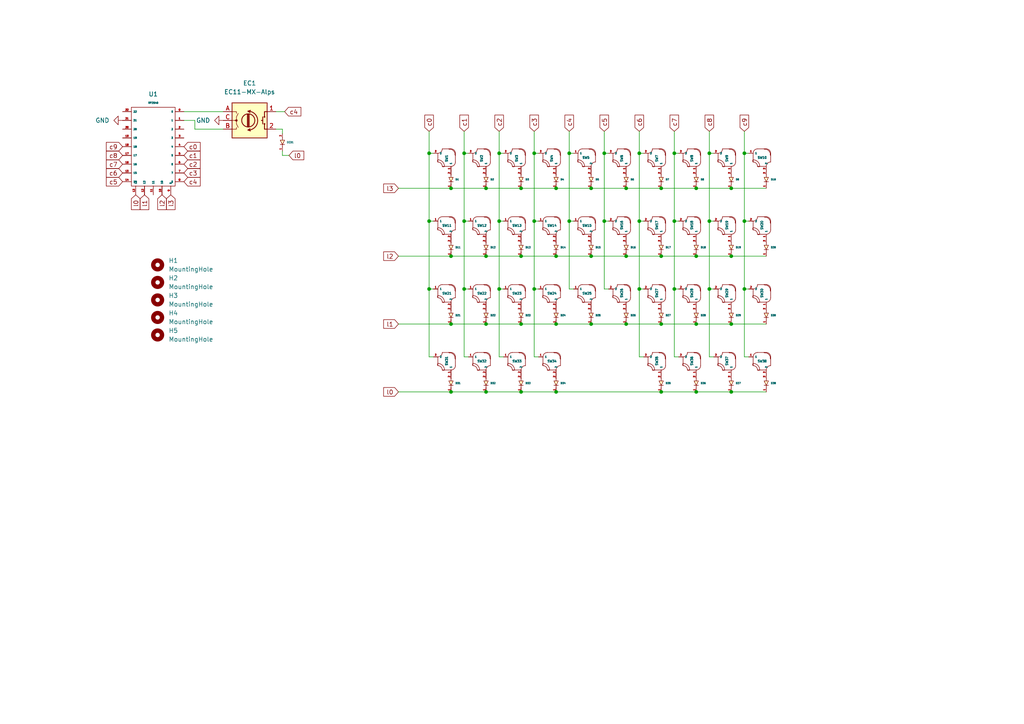
<source format=kicad_sch>
(kicad_sch (version 20211123) (generator eeschema)
  (paper "A4")
  (lib_symbols
    (symbol "Mechanical:MountingHole" (pin_names (offset 1.016))
      (property "Reference" "H" (at 0 5.08 0))
      (property "Value" "MountingHole" (at 0 3.175 0))
      (symbol "MountingHole_0_1"
        (circle (center 0 0) (radius 1.27) (stroke (width 1.27)))
      )
    )
    (symbol "keyb:Diode"
      (property "Reference" "D" (at -0.635 -1.27 0))
      (symbol "Diode_0_1"
        (polyline (pts (xy -1.27 0) (xy -0.635 0)))
        (polyline (pts (xy 0.635 0) (xy 1.27 0)))
        (polyline (pts (xy -0.635 0.635) (xy -0.635 -0.635) (xy -0.635 0)))
        (polyline (pts (xy -0.635 0) (xy 0.635 0.635) (xy 0.635 -0.635) (xy -0.635 0)) (fill (type background)))
      )
      (symbol "Diode_1_1"
        (pin bidirectional line (at -2.54 0 0) (length 1.27) (name "") (number "1"))
        (pin bidirectional line (at 2.54 0 180) (length 1.27) (name "") (number "2"))
      )
    )
    (symbol "keyb:EC11-MX-Alps" (pin_names (offset 0.254) hide)
      (property "Reference" "SW" (at 0 6.604 0))
      (property "Value" "EC11-MX-Alps" (at 0 -6.604 0))
      (symbol "EC11-MX-Alps_0_1"
        (rectangle (start -5.08 5.08) (end 5.08 -5.08) (stroke (width 0.254)) (fill (type background)))
        (circle (center -3.81 0) (radius 0.254) (fill (type outline)))
        (arc (start -0.381 -2.794) (mid 2.3622 -0.0508) (end -0.381 2.667) (stroke (width 0.254)))
        (circle (center -0.381 0) (radius 1.905) (stroke (width 0.254)))
        (polyline (pts (xy -0.635 -1.778) (xy -0.635 1.778)) (stroke (width 0.254)))
        (polyline (pts (xy -0.381 -1.778) (xy -0.381 1.778)) (stroke (width 0.254)))
        (polyline (pts (xy -0.127 1.778) (xy -0.127 -1.778)) (stroke (width 0.254)))
        (polyline (pts (xy 3.81 0) (xy 3.429 0)) (stroke (width 0.254)))
        (polyline (pts (xy 3.81 1.016) (xy 3.81 -1.016)) (stroke (width 0.254)))
        (polyline (pts (xy -5.08 -2.54) (xy -3.81 -2.54) (xy -3.81 -2.032)))
        (polyline (pts (xy -5.08 2.54) (xy -3.81 2.54) (xy -3.81 2.032)))
        (polyline (pts (xy 0.254 -3.048) (xy -0.508 -2.794) (xy 0.127 -2.413)) (stroke (width 0.254)))
        (polyline (pts (xy 0.254 2.921) (xy -0.508 2.667) (xy 0.127 2.286)) (stroke (width 0.254)))
        (polyline (pts (xy 5.08 -2.54) (xy 4.318 -2.54) (xy 4.318 -1.016)) (stroke (width 0.254)))
        (polyline (pts (xy 5.08 2.54) (xy 4.318 2.54) (xy 4.318 1.016)) (stroke (width 0.254)))
        (polyline (pts (xy -5.08 0) (xy -3.81 0) (xy -3.81 -1.016) (xy -3.302 -2.032)))
        (polyline (pts (xy -4.318 0) (xy -3.81 0) (xy -3.81 1.016) (xy -3.302 2.032)))
        (circle (center 4.318 -1.016) (radius 0.127) (stroke (width 0.254)))
        (circle (center 4.318 1.016) (radius 0.127) (stroke (width 0.254)))
      )
      (symbol "EC11-MX-Alps_1_1"
        (pin passive line (at 7.62 2.54 180) (length 2.54) (name "1") (number "1"))
        (pin passive line (at 7.62 -2.54 180) (length 2.54) (name "2") (number "2"))
        (pin passive line (at -7.62 2.54 0) (length 2.54) (name "A") (number "A"))
        (pin passive line (at -7.62 -2.54 0) (length 2.54) (name "B") (number "B"))
        (pin passive line (at -7.62 0 0) (length 2.54) (name "C") (number "C"))
      )
    )
    (symbol "keyb:RP2040"
      (property "Reference" "U" (at 0 1.27 0))
      (property "Value" "RP2040" (at 0 -2.54 0))
      (symbol "RP2040_0_1"
        (rectangle (start -6.35 11.43) (end 6.35 -11.43))
      )
      (symbol "RP2040_1_1"
        (pin bidirectional line (at 8.89 10.16 180) (length 2.54) (name "0") (number "0"))
        (pin bidirectional line (at 8.89 7.62 180) (length 2.54) (name "1") (number "1"))
        (pin bidirectional line (at 2.54 -13.97 90) (length 2.54) (name "10") (number "10"))
        (pin bidirectional line (at 0 -13.97 90) (length 2.54) (name "11") (number "11"))
        (pin bidirectional line (at -2.54 -13.97 90) (length 2.54) (name "12") (number "12"))
        (pin bidirectional line (at -5.08 -13.97 90) (length 2.54) (name "13") (number "13"))
        (pin bidirectional line (at -8.89 -10.16 0) (length 2.54) (name "14") (number "14"))
        (pin bidirectional line (at -8.89 -7.62 0) (length 2.54) (name "15") (number "15"))
        (pin bidirectional line (at -8.89 -5.08 0) (length 2.54) (name "16") (number "16"))
        (pin bidirectional line (at -8.89 -2.54 0) (length 2.54) (name "17") (number "17"))
        (pin bidirectional line (at -8.89 0 0) (length 2.54) (name "18") (number "18"))
        (pin bidirectional line (at -8.89 2.54 0) (length 2.54) (name "19") (number "19"))
        (pin bidirectional line (at 8.89 5.08 180) (length 2.54) (name "2") (number "2"))
        (pin bidirectional line (at -8.89 5.08 0) (length 2.54) (name "20") (number "20"))
        (pin bidirectional line (at -8.89 7.62 0) (length 2.54) (name "21") (number "21"))
        (pin bidirectional line (at -8.89 10.16 0) (length 2.54) (name "22") (number "22"))
        (pin bidirectional line (at 8.89 2.54 180) (length 2.54) (name "3") (number "3"))
        (pin bidirectional line (at 8.89 0 180) (length 2.54) (name "4") (number "4"))
        (pin bidirectional line (at 8.89 -2.54 180) (length 2.54) (name "5") (number "5"))
        (pin bidirectional line (at 8.89 -5.08 180) (length 2.54) (name "6") (number "6"))
        (pin bidirectional line (at 8.89 -7.62 180) (length 2.54) (name "7") (number "7"))
        (pin bidirectional line (at 8.89 -10.16 180) (length 2.54) (name "8") (number "8"))
        (pin bidirectional line (at 5.08 -13.97 90) (length 2.54) (name "9") (number "9"))
      )
    )
    (symbol "keyb:key"
      (property "Reference" "SW" (at 0 0 0))
      (symbol "key_0_1"
        (arc (start -2.54 -0.635) (mid -2.6715 -0.9525) (end -2.54 -1.27))
        (arc (start -1.27 -2.54) (mid -1.642 -1.642) (end -2.54 -1.27))
        (arc (start -1.27 -2.54) (mid -0.9525 -2.6715) (end -0.635 -2.54))
        (arc (start -1.27 2.54) (mid -2.168 2.168) (end -2.54 1.27))
        (arc (start -0.635 -2.54) (mid -1.1935 -1.1935) (end -2.54 -0.635))
        (polyline (pts (xy -2.54 -1.27) (xy -2.54 1.27)))
        (polyline (pts (xy -1.27 -2.54) (xy 1.27 -2.54)))
        (polyline (pts (xy 1.27 2.54) (xy -1.27 2.54)))
        (polyline (pts (xy 2.54 -1.27) (xy 2.54 1.27)))
        (arc (start 0.635 2.54) (mid 0.9525 1.7735) (end 1.27 2.54))
        (arc (start 2.54 -1.27) (mid 0.372 -0.372) (end 1.27 -2.54))
        (arc (start 2.54 0.635) (mid 3.887 3.887) (end 0.635 2.54))
        (arc (start 2.54 1.27) (mid 3.438 3.438) (end 1.27 2.54))
        (arc (start 2.54 1.27) (mid 1.7735 0.9525) (end 2.54 0.635))
      )
      (symbol "key_1_1"
        (pin bidirectional line (at -3.81 1.27 0) (length 1.27) (name "1") (number "1"))
        (pin bidirectional line (at 1.27 -3.81 90) (length 1.27) (name "2") (number "2"))
      )
    )
    (symbol "power:GND" (power) (pin_names (offset 0))
      (property "Value" "GND" (at 0 -3.81 0))
      (symbol "GND_0_1"
        (polyline (pts (xy 0 0) (xy 0 -1.27) (xy 1.27 -1.27) (xy 0 -2.54) (xy -1.27 -1.27) (xy 0 -1.27)))
      )
      (symbol "GND_1_1"
        (pin power_in line (at 0 0 270) (length 0) hide (name "GND") (number "1"))
      )
    )
  )
  (junction (at 215.9 44.45))
  (junction (at 134.62 83.82))
  (junction (at 144.78 44.45))
  (junction (at 181.61 93.98))
  (junction (at 130.81 113.665))
  (junction (at 140.97 54.61))
  (junction (at 191.77 113.665))
  (junction (at 161.29 113.665))
  (junction (at 175.26 44.45))
  (junction (at 171.45 93.98))
  (junction (at 215.9 64.135))
  (junction (at 201.93 74.295))
  (junction (at 151.13 93.98))
  (junction (at 124.46 83.82))
  (junction (at 154.94 64.135))
  (junction (at 205.74 64.135))
  (junction (at 165.1 44.45))
  (junction (at 191.77 54.61))
  (junction (at 181.61 54.61))
  (junction (at 130.81 93.98))
  (junction (at 212.09 113.665))
  (junction (at 201.93 93.98))
  (junction (at 140.97 74.295))
  (junction (at 140.97 93.98))
  (junction (at 171.45 74.295))
  (junction (at 191.77 93.98))
  (junction (at 140.97 113.665))
  (junction (at 161.29 74.295))
  (junction (at 191.77 74.295))
  (junction (at 134.62 44.45))
  (junction (at 212.09 74.295))
  (junction (at 205.74 83.82))
  (junction (at 144.78 64.135))
  (junction (at 154.94 44.45))
  (junction (at 195.58 44.45))
  (junction (at 151.13 54.61))
  (junction (at 144.78 83.82))
  (junction (at 171.45 54.61))
  (junction (at 195.58 64.135))
  (junction (at 185.42 44.45))
  (junction (at 195.58 83.82))
  (junction (at 151.13 74.295))
  (junction (at 161.29 93.98))
  (junction (at 201.93 54.61))
  (junction (at 181.61 74.295))
  (junction (at 161.29 54.61))
  (junction (at 130.81 54.61))
  (junction (at 134.62 64.135))
  (junction (at 201.93 113.665))
  (junction (at 165.1 64.135))
  (junction (at 124.46 64.135))
  (junction (at 215.9 83.82))
  (junction (at 185.42 83.82))
  (junction (at 151.13 113.665))
  (junction (at 175.26 64.135))
  (junction (at 212.09 54.61))
  (junction (at 185.42 64.135))
  (junction (at 205.74 44.45))
  (junction (at 212.09 93.98))
  (junction (at 154.94 83.82))
  (junction (at 130.81 74.295))
  (junction (at 124.46 44.45))
  (wire (pts (xy 175.26 38.1) (xy 175.26 44.45)))
  (wire (pts (xy 171.45 93.98) (xy 181.61 93.98)))
  (wire (pts (xy 140.97 54.61) (xy 151.13 54.61)))
  (wire (pts (xy 215.9 44.45) (xy 217.17 44.45)))
  (wire (pts (xy 144.78 44.45) (xy 144.78 64.135)))
  (wire (pts (xy 175.26 44.45) (xy 175.26 64.135)))
  (wire (pts (xy 151.13 93.98) (xy 161.29 93.98)))
  (wire (pts (xy 181.61 93.98) (xy 191.77 93.98)))
  (wire (pts (xy 215.9 64.135) (xy 215.9 83.82)))
  (wire (pts (xy 151.13 54.61) (xy 161.29 54.61)))
  (wire (pts (xy 161.29 54.61) (xy 171.45 54.61)))
  (wire (pts (xy 195.58 103.505) (xy 196.85 103.505)))
  (wire (pts (xy 134.62 44.45) (xy 134.62 64.135)))
  (wire (pts (xy 154.94 64.135) (xy 154.94 83.82)))
  (wire (pts (xy 130.81 74.295) (xy 115.57 74.295)))
  (wire (pts (xy 181.61 54.61) (xy 191.77 54.61)))
  (wire (pts (xy 205.74 64.135) (xy 207.01 64.135)))
  (wire (pts (xy 175.26 44.45) (xy 176.53 44.45)))
  (wire (pts (xy 212.09 93.98) (xy 222.25 93.98)))
  (wire (pts (xy 201.93 93.98) (xy 212.09 93.98)))
  (wire (pts (xy 161.29 93.98) (xy 171.45 93.98)))
  (wire (pts (xy 215.9 44.45) (xy 215.9 64.135)))
  (wire (pts (xy 80.01 37.465) (xy 81.915 37.465)))
  (wire (pts (xy 154.94 103.505) (xy 156.21 103.505)))
  (wire (pts (xy 165.1 38.1) (xy 165.1 44.45)))
  (wire (pts (xy 161.29 74.295) (xy 151.13 74.295)))
  (wire (pts (xy 154.94 44.45) (xy 154.94 64.135)))
  (wire (pts (xy 151.13 113.665) (xy 161.29 113.665)))
  (wire (pts (xy 80.01 32.385) (xy 82.55 32.385)))
  (wire (pts (xy 185.42 64.135) (xy 186.69 64.135)))
  (wire (pts (xy 212.09 54.61) (xy 222.25 54.61)))
  (wire (pts (xy 201.93 54.61) (xy 212.09 54.61)))
  (wire (pts (xy 165.1 83.82) (xy 166.37 83.82)))
  (wire (pts (xy 144.78 83.82) (xy 146.05 83.82)))
  (wire (pts (xy 201.93 113.665) (xy 212.09 113.665)))
  (wire (pts (xy 175.26 64.135) (xy 176.53 64.135)))
  (wire (pts (xy 195.58 38.1) (xy 195.58 44.45)))
  (wire (pts (xy 130.81 54.61) (xy 140.97 54.61)))
  (wire (pts (xy 205.74 83.82) (xy 207.01 83.82)))
  (wire (pts (xy 195.58 64.135) (xy 196.85 64.135)))
  (wire (pts (xy 124.46 64.135) (xy 124.46 83.82)))
  (wire (pts (xy 175.26 64.135) (xy 175.26 83.82)))
  (wire (pts (xy 215.9 103.505) (xy 217.17 103.505)))
  (wire (pts (xy 215.9 64.135) (xy 217.17 64.135)))
  (wire (pts (xy 134.62 103.505) (xy 135.89 103.505)))
  (wire (pts (xy 140.97 93.98) (xy 151.13 93.98)))
  (wire (pts (xy 53.34 34.925) (xy 56.515 34.925)))
  (wire (pts (xy 195.58 44.45) (xy 195.58 64.135)))
  (wire (pts (xy 215.9 83.82) (xy 215.9 103.505)))
  (wire (pts (xy 175.26 83.82) (xy 176.53 83.82)))
  (wire (pts (xy 171.45 54.61) (xy 181.61 54.61)))
  (wire (pts (xy 124.46 64.135) (xy 125.73 64.135)))
  (wire (pts (xy 130.81 113.665) (xy 140.97 113.665)))
  (wire (pts (xy 124.46 38.1) (xy 124.46 44.45)))
  (wire (pts (xy 185.42 44.45) (xy 186.69 44.45)))
  (wire (pts (xy 215.9 83.82) (xy 217.17 83.82)))
  (wire (pts (xy 212.09 113.665) (xy 222.25 113.665)))
  (wire (pts (xy 124.46 83.82) (xy 125.73 83.82)))
  (wire (pts (xy 140.97 74.295) (xy 130.81 74.295)))
  (wire (pts (xy 134.62 64.135) (xy 135.89 64.135)))
  (wire (pts (xy 205.74 44.45) (xy 207.01 44.45)))
  (wire (pts (xy 144.78 103.505) (xy 146.05 103.505)))
  (wire (pts (xy 144.78 38.1) (xy 144.78 44.45)))
  (wire (pts (xy 171.45 74.295) (xy 161.29 74.295)))
  (wire (pts (xy 185.42 38.1) (xy 185.42 44.45)))
  (wire (pts (xy 205.74 44.45) (xy 205.74 64.135)))
  (wire (pts (xy 165.1 64.135) (xy 166.37 64.135)))
  (wire (pts (xy 205.74 38.1) (xy 205.74 44.45)))
  (wire (pts (xy 201.93 74.295) (xy 191.77 74.295)))
  (wire (pts (xy 115.57 113.665) (xy 130.81 113.665)))
  (wire (pts (xy 215.9 38.1) (xy 215.9 44.45)))
  (wire (pts (xy 134.62 83.82) (xy 135.89 83.82)))
  (wire (pts (xy 154.94 83.82) (xy 156.21 83.82)))
  (wire (pts (xy 185.42 44.45) (xy 185.42 64.135)))
  (wire (pts (xy 134.62 44.45) (xy 135.89 44.45)))
  (wire (pts (xy 124.46 44.45) (xy 124.46 64.135)))
  (wire (pts (xy 130.81 93.98) (xy 115.57 93.98)))
  (wire (pts (xy 205.74 103.505) (xy 207.01 103.505)))
  (wire (pts (xy 185.42 83.82) (xy 186.69 83.82)))
  (wire (pts (xy 124.46 103.505) (xy 125.73 103.505)))
  (wire (pts (xy 115.57 54.61) (xy 130.81 54.61)))
  (wire (pts (xy 191.77 74.295) (xy 181.61 74.295)))
  (wire (pts (xy 81.915 45.085) (xy 83.82 45.085)))
  (wire (pts (xy 56.515 34.925) (xy 56.515 37.465)))
  (wire (pts (xy 134.62 64.135) (xy 134.62 83.82)))
  (wire (pts (xy 195.58 83.82) (xy 195.58 103.505)))
  (wire (pts (xy 191.77 113.665) (xy 201.93 113.665)))
  (wire (pts (xy 144.78 44.45) (xy 146.05 44.45)))
  (wire (pts (xy 154.94 83.82) (xy 154.94 103.505)))
  (wire (pts (xy 134.62 38.1) (xy 134.62 44.45)))
  (wire (pts (xy 140.97 113.665) (xy 151.13 113.665)))
  (wire (pts (xy 205.74 64.135) (xy 205.74 83.82)))
  (wire (pts (xy 195.58 64.135) (xy 195.58 83.82)))
  (wire (pts (xy 144.78 64.135) (xy 146.05 64.135)))
  (wire (pts (xy 195.58 83.82) (xy 196.85 83.82)))
  (wire (pts (xy 151.13 74.295) (xy 140.97 74.295)))
  (wire (pts (xy 195.58 44.45) (xy 196.85 44.45)))
  (wire (pts (xy 124.46 44.45) (xy 125.73 44.45)))
  (wire (pts (xy 185.42 64.135) (xy 185.42 83.82)))
  (wire (pts (xy 185.42 103.505) (xy 186.69 103.505)))
  (wire (pts (xy 165.1 44.45) (xy 166.37 44.45)))
  (wire (pts (xy 212.09 74.295) (xy 201.93 74.295)))
  (wire (pts (xy 161.29 113.665) (xy 191.77 113.665)))
  (wire (pts (xy 56.515 37.465) (xy 64.77 37.465)))
  (wire (pts (xy 185.42 83.82) (xy 185.42 103.505)))
  (wire (pts (xy 124.46 83.82) (xy 124.46 103.505)))
  (wire (pts (xy 181.61 74.295) (xy 171.45 74.295)))
  (wire (pts (xy 140.97 93.98) (xy 130.81 93.98)))
  (wire (pts (xy 134.62 83.82) (xy 134.62 103.505)))
  (wire (pts (xy 191.77 93.98) (xy 201.93 93.98)))
  (wire (pts (xy 154.94 64.135) (xy 156.21 64.135)))
  (wire (pts (xy 205.74 83.82) (xy 205.74 103.505)))
  (wire (pts (xy 165.1 44.45) (xy 165.1 64.135)))
  (wire (pts (xy 165.1 64.135) (xy 165.1 83.82)))
  (wire (pts (xy 154.94 38.1) (xy 154.94 44.45)))
  (wire (pts (xy 191.77 54.61) (xy 201.93 54.61)))
  (wire (pts (xy 144.78 64.135) (xy 144.78 83.82)))
  (wire (pts (xy 222.25 74.295) (xy 212.09 74.295)))
  (wire (pts (xy 144.78 83.82) (xy 144.78 103.505)))
  (wire (pts (xy 81.915 43.815) (xy 81.915 45.085)))
  (wire (pts (xy 53.34 32.385) (xy 64.77 32.385)))
  (wire (pts (xy 81.915 37.465) (xy 81.915 38.735)))
  (wire (pts (xy 154.94 44.45) (xy 156.21 44.45)))
  (global_label "c4" (shape input) (at 82.55 32.385 0) (property "Références Inter-Feuilles" "${INTERSHEET_REFS}" (effects hide)))
  (global_label "c4" (shape input) (at 165.1 38.1 90) (property "Références Inter-Feuilles" "${INTERSHEET_REFS}" (effects hide)))
  (global_label "c6" (shape input) (at 35.56 50.165 180) (property "Références Inter-Feuilles" "${INTERSHEET_REFS}" (effects hide)))
  (global_label "c1" (shape input) (at 134.62 38.1 90) (property "Références Inter-Feuilles" "${INTERSHEET_REFS}" (effects hide)))
  (global_label "c7" (shape input) (at 35.56 47.625 180) (property "Références Inter-Feuilles" "${INTERSHEET_REFS}" (effects hide)))
  (global_label "l3" (shape input) (at 115.57 54.61 180) (property "Références Inter-Feuilles" "${INTERSHEET_REFS}" (effects hide)))
  (global_label "c8" (shape input) (at 35.56 45.085 180) (property "Références Inter-Feuilles" "${INTERSHEET_REFS}" (effects hide)))
  (global_label "c7" (shape input) (at 195.58 38.1 90) (property "Références Inter-Feuilles" "${INTERSHEET_REFS}" (effects hide)))
  (global_label "l0" (shape input) (at 115.57 113.665 180) (property "Références Inter-Feuilles" "${INTERSHEET_REFS}" (effects hide)))
  (global_label "c2" (shape input) (at 53.34 47.625 0) (property "Références Inter-Feuilles" "${INTERSHEET_REFS}" (effects hide)))
  (global_label "c9" (shape input) (at 35.56 42.545 180) (property "Références Inter-Feuilles" "${INTERSHEET_REFS}" (effects hide)))
  (global_label "c0" (shape input) (at 53.34 42.545 0) (property "Références Inter-Feuilles" "${INTERSHEET_REFS}" (effects hide)))
  (global_label "c5" (shape input) (at 175.26 38.1 90) (property "Références Inter-Feuilles" "${INTERSHEET_REFS}" (effects hide)))
  (global_label "l0" (shape input) (at 39.37 56.515 270) (property "Références Inter-Feuilles" "${INTERSHEET_REFS}" (effects hide)))
  (global_label "l1" (shape input) (at 115.57 93.98 180) (property "Références Inter-Feuilles" "${INTERSHEET_REFS}" (effects hide)))
  (global_label "c4" (shape input) (at 53.34 52.705 0) (property "Références Inter-Feuilles" "${INTERSHEET_REFS}" (effects hide)))
  (global_label "c0" (shape input) (at 124.46 38.1 90) (property "Références Inter-Feuilles" "${INTERSHEET_REFS}" (effects hide)))
  (global_label "c6" (shape input) (at 185.42 38.1 90) (property "Références Inter-Feuilles" "${INTERSHEET_REFS}" (effects hide)))
  (global_label "l1" (shape input) (at 41.91 56.515 270) (property "Références Inter-Feuilles" "${INTERSHEET_REFS}" (effects hide)))
  (global_label "l3" (shape input) (at 49.53 56.515 270) (property "Références Inter-Feuilles" "${INTERSHEET_REFS}" (effects hide)))
  (global_label "l2" (shape input) (at 115.57 74.295 180) (property "Références Inter-Feuilles" "${INTERSHEET_REFS}" (effects hide)))
  (global_label "l0" (shape input) (at 83.82 45.085 0) (property "Références Inter-Feuilles" "${INTERSHEET_REFS}" (effects hide)))
  (global_label "c9" (shape input) (at 215.9 38.1 90) (property "Références Inter-Feuilles" "${INTERSHEET_REFS}" (effects hide)))
  (global_label "c8" (shape input) (at 205.74 38.1 90) (property "Références Inter-Feuilles" "${INTERSHEET_REFS}" (effects hide)))
  (global_label "c5" (shape input) (at 35.56 52.705 180) (property "Références Inter-Feuilles" "${INTERSHEET_REFS}" (effects hide)))
  (global_label "c3" (shape input) (at 154.94 38.1 90) (property "Références Inter-Feuilles" "${INTERSHEET_REFS}" (effects hide)))
  (global_label "c3" (shape input) (at 53.34 50.165 0) (property "Références Inter-Feuilles" "${INTERSHEET_REFS}" (effects hide)))
  (global_label "c2" (shape input) (at 144.78 38.1 90) (property "Références Inter-Feuilles" "${INTERSHEET_REFS}" (effects hide)))
  (global_label "c1" (shape input) (at 53.34 45.085 0) (property "Références Inter-Feuilles" "${INTERSHEET_REFS}" (effects hide)))
  (global_label "l2" (shape input) (at 46.99 56.515 270) (property "Références Inter-Feuilles" "${INTERSHEET_REFS}" (effects hide)))
  (symbol (lib_id "Mechanical:MountingHole") (at 45.72 76.835 0) (unit 1)
    (property "Reference" "H1" (at 48.895 75.5649 0) (effects (justify left)))
    (property "Value" "MountingHole" (at 48.895 78.1049 0) (effects (justify left)))
    (property "Footprint" "MountingHole:MountingHole_2.2mm_M2" (effects hide))
  )
  (symbol (lib_id "keyb:key") (at 170.18 85.09 0) (unit 1)
    (property "Reference" "SW25" (at 168.91 85.09 0) (effects (font (size 0.65 0.65)) (justify left)))
    (property "Value" "key" (effects hide))
    (property "Footprint" "keyb-libs:MX-5pin" (effects hide))
  )
  (symbol (lib_id "keyb:key") (at 139.7 45.72 270) (mirror x) (unit 1)
    (property "Reference" "SW2" (at 139.7 46.99 0) (effects (font (size 0.65 0.65)) (justify left)))
    (property "Value" "key" (effects hide))
    (property "Footprint" "keyb-libs:MX-5pin" (effects hide))
  )
  (symbol (lib_id "keyb:Diode") (at 140.97 91.44 90) (unit 1)
    (property "Reference" "D22" (at 142.24 91.44 90) (effects (font (size 0.5 0.5)) (justify right)))
    (property "Value" "Diode" (effects hide))
    (property "Footprint" "keyb-libs:Diode" (effects hide))
  )
  (symbol (lib_id "keyb:key") (at 190.5 104.775 270) (mirror x) (unit 1)
    (property "Reference" "SW35" (at 190.5 106.045 0) (effects (font (size 0.65 0.65)) (justify left)))
    (property "Value" "key" (effects hide))
    (property "Footprint" "keyb-libs:MX-5pin_stab" (effects hide))
  )
  (symbol (lib_id "keyb:Diode") (at 140.97 52.07 90) (unit 1)
    (property "Reference" "D2" (at 142.24 52.07 90) (effects (font (size 0.5 0.5)) (justify right)))
    (property "Value" "Diode" (effects hide))
    (property "Footprint" "keyb-libs:Diode" (effects hide))
  )
  (symbol (lib_id "keyb:Diode") (at 171.45 71.755 90) (unit 1)
    (property "Reference" "D15" (at 172.72 71.755 90) (effects (font (size 0.5 0.5)) (justify right)))
    (property "Value" "Diode" (effects hide))
    (property "Footprint" "keyb-libs:Diode" (effects hide))
  )
  (symbol (lib_id "keyb:Diode") (at 201.93 111.125 90) (unit 1)
    (property "Reference" "D36" (at 203.2 111.125 90) (effects (font (size 0.5 0.5)) (justify right)))
    (property "Value" "Diode" (effects hide))
    (property "Footprint" "keyb-libs:Diode" (effects hide))
  )
  (symbol (lib_id "keyb:Diode") (at 130.81 71.755 90) (unit 1)
    (property "Reference" "D11" (at 132.08 71.755 90) (effects (font (size 0.5 0.5)) (justify right)))
    (property "Value" "Diode" (effects hide))
    (property "Footprint" "keyb-libs:Diode" (effects hide))
  )
  (symbol (lib_id "keyb:Diode") (at 212.09 52.07 90) (unit 1)
    (property "Reference" "D9" (at 213.36 52.07 90) (effects (font (size 0.5 0.5)) (justify right)))
    (property "Value" "Diode" (effects hide))
    (property "Footprint" "keyb-libs:Diode" (effects hide))
  )
  (symbol (lib_id "keyb:EC11-MX-Alps") (at 72.39 34.925 0) (unit 1)
    (property "Reference" "EC1" (at 72.39 24.13 0))
    (property "Value" "EC11-MX-Alps" (at 72.39 26.67 0))
    (property "Footprint" "keyb-libs:RotaryEncoder_EC11" (effects hide))
  )
  (symbol (lib_id "keyb:Diode") (at 222.25 71.755 90) (unit 1)
    (property "Reference" "D20" (at 223.52 71.755 90) (effects (font (size 0.5 0.5)) (justify right)))
    (property "Value" "Diode" (effects hide))
    (property "Footprint" "keyb-libs:Diode" (effects hide))
  )
  (symbol (lib_id "keyb:key") (at 160.02 45.72 270) (mirror x) (unit 1)
    (property "Reference" "SW4" (at 160.02 46.99 0) (effects (font (size 0.65 0.65)) (justify left)))
    (property "Value" "key" (effects hide))
    (property "Footprint" "keyb-libs:MX-5pin" (effects hide))
  )
  (symbol (lib_id "keyb:key") (at 170.18 45.72 0) (unit 1)
    (property "Reference" "SW5" (at 168.91 45.72 0) (effects (font (size 0.65 0.65)) (justify left)))
    (property "Value" "key" (effects hide))
    (property "Footprint" "keyb-libs:MX-5pin" (effects hide))
  )
  (symbol (lib_id "keyb:Diode") (at 222.25 91.44 90) (unit 1)
    (property "Reference" "D30" (at 223.52 91.44 90) (effects (font (size 0.5 0.5)) (justify right)))
    (property "Value" "Diode" (effects hide))
    (property "Footprint" "keyb-libs:Diode" (effects hide))
  )
  (symbol (lib_id "keyb:Diode") (at 140.97 71.755 90) (unit 1)
    (property "Reference" "D12" (at 142.24 71.755 90) (effects (font (size 0.5 0.5)) (justify right)))
    (property "Value" "Diode" (effects hide))
    (property "Footprint" "keyb-libs:Diode" (effects hide))
  )
  (symbol (lib_id "keyb:Diode") (at 161.29 91.44 90) (unit 1)
    (property "Reference" "D24" (at 162.56 91.44 90) (effects (font (size 0.5 0.5)) (justify right)))
    (property "Value" "Diode" (effects hide))
    (property "Footprint" "keyb-libs:Diode" (effects hide))
  )
  (symbol (lib_id "Mechanical:MountingHole") (at 45.72 81.915 0) (unit 1)
    (property "Reference" "H2" (at 48.895 80.6449 0) (effects (justify left)))
    (property "Value" "MountingHole" (at 48.895 83.1849 0) (effects (justify left)))
    (property "Footprint" "MountingHole:MountingHole_2.2mm_M2" (effects hide))
  )
  (symbol (lib_id "keyb:key") (at 220.98 65.405 270) (mirror x) (unit 1)
    (property "Reference" "SW20" (at 220.98 66.675 0) (effects (font (size 0.65 0.65)) (justify left)))
    (property "Value" "key" (effects hide))
    (property "Footprint" "keyb-libs:MX-5pin" (effects hide))
  )
  (symbol (lib_id "keyb:key") (at 200.66 85.09 270) (mirror x) (unit 1)
    (property "Reference" "SW28" (at 200.66 86.36 0) (effects (font (size 0.65 0.65)) (justify left)))
    (property "Value" "key" (effects hide))
    (property "Footprint" "keyb-libs:MX-5pin" (effects hide))
  )
  (symbol (lib_id "keyb:key") (at 180.34 65.405 270) (mirror x) (unit 1)
    (property "Reference" "SW16" (at 180.34 66.675 0) (effects (font (size 0.65 0.65)) (justify left)))
    (property "Value" "key" (effects hide))
    (property "Footprint" "keyb-libs:MX-5pin" (effects hide))
  )
  (symbol (lib_id "keyb:Diode") (at 222.25 111.125 90) (unit 1)
    (property "Reference" "D38" (at 223.52 111.125 90) (effects (font (size 0.5 0.5)) (justify right)))
    (property "Value" "Diode" (effects hide))
    (property "Footprint" "keyb-libs:Diode" (effects hide))
  )
  (symbol (lib_id "keyb:key") (at 180.34 85.09 270) (mirror x) (unit 1)
    (property "Reference" "SW26" (at 180.34 86.36 0) (effects (font (size 0.65 0.65)) (justify left)))
    (property "Value" "key" (effects hide))
    (property "Footprint" "keyb-libs:MX-5pin" (effects hide))
  )
  (symbol (lib_id "keyb:key") (at 149.86 85.09 0) (unit 1)
    (property "Reference" "SW23" (at 148.59 85.09 0) (effects (font (size 0.65 0.65)) (justify left)))
    (property "Value" "key" (effects hide))
    (property "Footprint" "keyb-libs:MX-5pin" (effects hide))
  )
  (symbol (lib_id "keyb:Diode") (at 130.81 91.44 90) (unit 1)
    (property "Reference" "D21" (at 132.08 91.44 90) (effects (font (size 0.5 0.5)) (justify right)))
    (property "Value" "Diode" (effects hide))
    (property "Footprint" "keyb-libs:Diode" (effects hide))
  )
  (symbol (lib_id "keyb:key") (at 149.86 104.775 0) (unit 1)
    (property "Reference" "SW33" (at 148.59 104.775 0) (effects (font (size 0.65 0.65)) (justify left)))
    (property "Value" "key" (effects hide))
    (property "Footprint" "keyb-libs:MX-5pin" (effects hide))
  )
  (symbol (lib_id "keyb:key") (at 139.7 65.405 0) (unit 1)
    (property "Reference" "SW12" (at 138.43 65.405 0) (effects (font (size 0.65 0.65)) (justify left)))
    (property "Value" "key" (effects hide))
    (property "Footprint" "keyb-libs:MX-5pin" (effects hide))
  )
  (symbol (lib_id "keyb:Diode") (at 140.97 111.125 90) (unit 1)
    (property "Reference" "D32" (at 142.24 111.125 90) (effects (font (size 0.5 0.5)) (justify right)))
    (property "Value" "Diode" (effects hide))
    (property "Footprint" "keyb-libs:Diode" (effects hide))
  )
  (symbol (lib_id "keyb:key") (at 200.66 65.405 270) (mirror x) (unit 1)
    (property "Reference" "SW18" (at 200.66 66.675 0) (effects (font (size 0.65 0.65)) (justify left)))
    (property "Value" "key" (effects hide))
    (property "Footprint" "keyb-libs:MX-5pin" (effects hide))
  )
  (symbol (lib_id "keyb:Diode") (at 201.93 52.07 90) (unit 1)
    (property "Reference" "D8" (at 203.2 52.07 90) (effects (font (size 0.5 0.5)) (justify right)))
    (property "Value" "Diode" (effects hide))
    (property "Footprint" "keyb-libs:Diode" (effects hide))
  )
  (symbol (lib_id "keyb:Diode") (at 191.77 52.07 90) (unit 1)
    (property "Reference" "D7" (at 193.04 52.07 90) (effects (font (size 0.5 0.5)) (justify right)))
    (property "Value" "Diode" (effects hide))
    (property "Footprint" "keyb-libs:Diode" (effects hide))
  )
  (symbol (lib_id "keyb:Diode") (at 191.77 71.755 90) (unit 1)
    (property "Reference" "D17" (at 193.04 71.755 90) (effects (font (size 0.5 0.5)) (justify right)))
    (property "Value" "Diode" (effects hide))
    (property "Footprint" "keyb-libs:Diode" (effects hide))
  )
  (symbol (lib_id "keyb:Diode") (at 171.45 52.07 90) (unit 1)
    (property "Reference" "D5" (at 172.72 52.07 90) (effects (font (size 0.5 0.5)) (justify right)))
    (property "Value" "Diode" (effects hide))
    (property "Footprint" "keyb-libs:Diode" (effects hide))
  )
  (symbol (lib_id "keyb:key") (at 210.82 65.405 270) (mirror x) (unit 1)
    (property "Reference" "SW19" (at 210.82 66.675 0) (effects (font (size 0.65 0.65)) (justify left)))
    (property "Value" "key" (effects hide))
    (property "Footprint" "keyb-libs:MX-5pin" (effects hide))
  )
  (symbol (lib_id "keyb:Diode") (at 191.77 111.125 90) (unit 1)
    (property "Reference" "D35" (at 193.04 111.125 90) (effects (font (size 0.5 0.5)) (justify right)))
    (property "Value" "Diode" (effects hide))
    (property "Footprint" "keyb-libs:Diode" (effects hide))
  )
  (symbol (lib_id "keyb:key") (at 129.54 85.09 0) (unit 1)
    (property "Reference" "SW21" (at 128.27 85.09 0) (effects (font (size 0.65 0.65)) (justify left)))
    (property "Value" "key" (effects hide))
    (property "Footprint" "keyb-libs:MX-5pin" (effects hide))
  )
  (symbol (lib_id "keyb:Diode") (at 181.61 91.44 90) (unit 1)
    (property "Reference" "D26" (at 182.88 91.44 90) (effects (font (size 0.5 0.5)) (justify right)))
    (property "Value" "Diode" (effects hide))
    (property "Footprint" "keyb-libs:Diode" (effects hide))
  )
  (symbol (lib_id "keyb:key") (at 129.54 104.775 270) (mirror x) (unit 1)
    (property "Reference" "SW31" (at 129.54 106.045 0) (effects (font (size 0.65 0.65)) (justify left)))
    (property "Value" "key" (effects hide))
    (property "Footprint" "keyb-libs:MX-5pin" (effects hide))
  )
  (symbol (lib_id "keyb:Diode") (at 161.29 111.125 90) (unit 1)
    (property "Reference" "D34" (at 162.56 111.125 90) (effects (font (size 0.5 0.5)) (justify right)))
    (property "Value" "Diode" (effects hide))
    (property "Footprint" "keyb-libs:Diode" (effects hide))
  )
  (symbol (lib_id "keyb:Diode") (at 171.45 91.44 90) (unit 1)
    (property "Reference" "D25" (at 172.72 91.44 90) (effects (font (size 0.5 0.5)) (justify right)))
    (property "Value" "Diode" (effects hide))
    (property "Footprint" "keyb-libs:Diode" (effects hide))
  )
  (symbol (lib_id "power:GND") (at 64.77 34.925 270) (unit 1)
    (property "Reference" "#PWR02" (effects hide))
    (property "Value" "GND" (at 60.96 34.9249 90) (effects (justify right)))
  )
  (symbol (lib_id "keyb:Diode") (at 151.13 111.125 90) (unit 1)
    (property "Reference" "D33" (at 152.4 111.125 90) (effects (font (size 0.5 0.5)) (justify right)))
    (property "Value" "Diode" (effects hide))
    (property "Footprint" "keyb-libs:Diode" (effects hide))
  )
  (symbol (lib_id "Mechanical:MountingHole") (at 45.72 86.995 0) (unit 1)
    (property "Reference" "H3" (at 48.895 85.7249 0) (effects (justify left)))
    (property "Value" "MountingHole" (at 48.895 88.2649 0) (effects (justify left)))
    (property "Footprint" "MountingHole:MountingHole_2.2mm_M2" (effects hide))
  )
  (symbol (lib_id "keyb:key") (at 170.18 65.405 0) (unit 1)
    (property "Reference" "SW15" (at 168.91 65.405 0) (effects (font (size 0.65 0.65)) (justify left)))
    (property "Value" "key" (effects hide))
    (property "Footprint" "keyb-libs:MX-5pin" (effects hide))
  )
  (symbol (lib_id "keyb:key") (at 160.02 104.775 0) (unit 1)
    (property "Reference" "SW34" (at 158.75 104.775 0) (effects (font (size 0.65 0.65)) (justify left)))
    (property "Value" "key" (effects hide))
    (property "Footprint" "keyb-libs:MX-5pin_stab" (effects hide))
  )
  (symbol (lib_id "keyb:Diode") (at 151.13 91.44 90) (unit 1)
    (property "Reference" "D23" (at 152.4 91.44 90) (effects (font (size 0.5 0.5)) (justify right)))
    (property "Value" "Diode" (effects hide))
    (property "Footprint" "keyb-libs:Diode" (effects hide))
  )
  (symbol (lib_id "keyb:key") (at 160.02 65.405 0) (unit 1)
    (property "Reference" "SW14" (at 158.75 65.405 0) (effects (font (size 0.65 0.65)) (justify left)))
    (property "Value" "key" (effects hide))
    (property "Footprint" "keyb-libs:MX-5pin" (effects hide))
  )
  (symbol (lib_id "keyb:Diode") (at 201.93 71.755 90) (unit 1)
    (property "Reference" "D18" (at 203.2 71.755 90) (effects (font (size 0.5 0.5)) (justify right)))
    (property "Value" "Diode" (effects hide))
    (property "Footprint" "keyb-libs:Diode" (effects hide))
  )
  (symbol (lib_id "keyb:key") (at 190.5 45.72 270) (mirror x) (unit 1)
    (property "Reference" "SW7" (at 190.5 46.99 0) (effects (font (size 0.65 0.65)) (justify left)))
    (property "Value" "key" (effects hide))
    (property "Footprint" "keyb-libs:MX-5pin" (effects hide))
  )
  (symbol (lib_id "keyb:key") (at 210.82 104.775 270) (mirror x) (unit 1)
    (property "Reference" "SW37" (at 210.82 106.045 0) (effects (font (size 0.65 0.65)) (justify left)))
    (property "Value" "key" (effects hide))
    (property "Footprint" "keyb-libs:MX-5pin" (effects hide))
  )
  (symbol (lib_id "keyb:key") (at 220.98 85.09 270) (mirror x) (unit 1)
    (property "Reference" "SW30" (at 220.98 86.36 0) (effects (font (size 0.65 0.65)) (justify left)))
    (property "Value" "key" (effects hide))
    (property "Footprint" "keyb-libs:MX-5pin" (effects hide))
  )
  (symbol (lib_id "keyb:Diode") (at 181.61 71.755 90) (unit 1)
    (property "Reference" "D16" (at 182.88 71.755 90) (effects (font (size 0.5 0.5)) (justify right)))
    (property "Value" "Diode" (effects hide))
    (property "Footprint" "keyb-libs:Diode" (effects hide))
  )
  (symbol (lib_id "keyb:Diode") (at 191.77 91.44 90) (unit 1)
    (property "Reference" "D27" (at 193.04 91.44 90) (effects (font (size 0.5 0.5)) (justify right)))
    (property "Value" "Diode" (effects hide))
    (property "Footprint" "keyb-libs:Diode" (effects hide))
  )
  (symbol (lib_id "keyb:key") (at 190.5 65.405 270) (mirror x) (unit 1)
    (property "Reference" "SW17" (at 190.5 66.675 0) (effects (font (size 0.65 0.65)) (justify left)))
    (property "Value" "key" (effects hide))
    (property "Footprint" "keyb-libs:MX-5pin" (effects hide))
  )
  (symbol (lib_id "keyb:key") (at 200.66 104.775 270) (mirror x) (unit 1)
    (property "Reference" "SW36" (at 200.66 106.045 0) (effects (font (size 0.65 0.65)) (justify left)))
    (property "Value" "key" (effects hide))
    (property "Footprint" "keyb-libs:MX-5pin" (effects hide))
  )
  (symbol (lib_id "keyb:key") (at 210.82 85.09 270) (mirror x) (unit 1)
    (property "Reference" "SW29" (at 210.82 86.36 0) (effects (font (size 0.65 0.65)) (justify left)))
    (property "Value" "key" (effects hide))
    (property "Footprint" "keyb-libs:MX-5pin" (effects hide))
  )
  (symbol (lib_id "Mechanical:MountingHole") (at 45.72 92.075 0) (unit 1)
    (property "Reference" "H4" (at 48.895 90.8049 0) (effects (justify left)))
    (property "Value" "MountingHole" (at 48.895 93.3449 0) (effects (justify left)))
    (property "Footprint" "MountingHole:MountingHole_2.2mm_M2" (effects hide))
  )
  (symbol (lib_id "keyb:Diode") (at 212.09 111.125 90) (unit 1)
    (property "Reference" "D37" (at 213.36 111.125 90) (effects (font (size 0.5 0.5)) (justify right)))
    (property "Value" "Diode" (effects hide))
    (property "Footprint" "keyb-libs:Diode" (effects hide))
  )
  (symbol (lib_id "keyb:Diode") (at 161.29 71.755 90) (unit 1)
    (property "Reference" "D14" (at 162.56 71.755 90) (effects (font (size 0.5 0.5)) (justify right)))
    (property "Value" "Diode" (effects hide))
    (property "Footprint" "keyb-libs:Diode" (effects hide))
  )
  (symbol (lib_id "keyb:Diode") (at 161.29 52.07 90) (unit 1)
    (property "Reference" "D4" (at 162.56 52.07 90) (effects (font (size 0.5 0.5)) (justify right)))
    (property "Value" "Diode" (effects hide))
    (property "Footprint" "keyb-libs:Diode" (effects hide))
  )
  (symbol (lib_id "keyb:key") (at 139.7 104.775 0) (unit 1)
    (property "Reference" "SW32" (at 138.43 104.775 0) (effects (font (size 0.65 0.65)) (justify left)))
    (property "Value" "key" (effects hide))
    (property "Footprint" "keyb-libs:MX-5pin" (effects hide))
  )
  (symbol (lib_id "keyb:key") (at 149.86 45.72 270) (mirror x) (unit 1)
    (property "Reference" "SW3" (at 149.86 46.99 0) (effects (font (size 0.65 0.65)) (justify left)))
    (property "Value" "key" (effects hide))
    (property "Footprint" "keyb-libs:MX-5pin" (effects hide))
  )
  (symbol (lib_id "keyb:Diode") (at 181.61 52.07 90) (unit 1)
    (property "Reference" "D6" (at 182.88 52.07 90) (effects (font (size 0.5 0.5)) (justify right)))
    (property "Value" "Diode" (effects hide))
    (property "Footprint" "keyb-libs:Diode" (effects hide))
  )
  (symbol (lib_id "keyb:key") (at 149.86 65.405 0) (unit 1)
    (property "Reference" "SW13" (at 148.59 65.405 0) (effects (font (size 0.65 0.65)) (justify left)))
    (property "Value" "key" (effects hide))
    (property "Footprint" "keyb-libs:MX-5pin" (effects hide))
  )
  (symbol (lib_id "keyb:key") (at 180.34 45.72 270) (mirror x) (unit 1)
    (property "Reference" "SW6" (at 180.34 46.99 0) (effects (font (size 0.65 0.65)) (justify left)))
    (property "Value" "key" (effects hide))
    (property "Footprint" "keyb-libs:MX-5pin" (effects hide))
  )
  (symbol (lib_id "power:GND") (at 35.56 34.925 270) (unit 1)
    (property "Reference" "#PWR01" (effects hide))
    (property "Value" "GND" (at 31.75 34.9249 90) (effects (justify right)))
  )
  (symbol (lib_id "keyb:Diode") (at 212.09 71.755 90) (unit 1)
    (property "Reference" "D19" (at 213.36 71.755 90) (effects (font (size 0.5 0.5)) (justify right)))
    (property "Value" "Diode" (effects hide))
    (property "Footprint" "keyb-libs:Diode" (effects hide))
  )
  (symbol (lib_id "keyb:key") (at 129.54 45.72 270) (mirror x) (unit 1)
    (property "Reference" "SW1" (at 129.54 46.99 0) (effects (font (size 0.65 0.65)) (justify left)))
    (property "Value" "key" (effects hide))
    (property "Footprint" "keyb-libs:MX-5pin" (effects hide))
  )
  (symbol (lib_id "keyb:Diode") (at 81.915 41.275 90) (unit 1)
    (property "Reference" "ECD1" (at 83.185 41.275 90) (effects (font (size 0.5 0.5)) (justify right)))
    (property "Value" "Diode" (effects hide))
    (property "Footprint" "keyb-libs:Diode" (effects hide))
  )
  (symbol (lib_id "keyb:key") (at 200.66 45.72 270) (mirror x) (unit 1)
    (property "Reference" "SW8" (at 200.66 46.99 0) (effects (font (size 0.65 0.65)) (justify left)))
    (property "Value" "key" (effects hide))
    (property "Footprint" "keyb-libs:MX-5pin" (effects hide))
  )
  (symbol (lib_id "keyb:key") (at 220.98 45.72 0) (unit 1)
    (property "Reference" "SW10" (at 219.71 45.72 0) (effects (font (size 0.65 0.65)) (justify left)))
    (property "Value" "key" (effects hide))
    (property "Footprint" "keyb-libs:MX-5pin" (effects hide))
  )
  (symbol (lib_id "keyb:Diode") (at 151.13 52.07 90) (unit 1)
    (property "Reference" "D3" (at 152.4 52.07 90) (effects (font (size 0.5 0.5)) (justify right)))
    (property "Value" "Diode" (effects hide))
    (property "Footprint" "keyb-libs:Diode" (effects hide))
  )
  (symbol (lib_id "keyb:RP2040") (at 44.45 42.545 0) (unit 1)
    (property "Reference" "U1" (at 44.45 27.305 0))
    (property "Value" "RP2040" (at 44.45 29.845 0) (effects (font (size 0.5 0.5))))
    (property "Footprint" "keyb-libs:RP2040" (effects hide))
  )
  (symbol (lib_id "keyb:key") (at 190.5 85.09 270) (mirror x) (unit 1)
    (property "Reference" "SW27" (at 190.5 86.36 0) (effects (font (size 0.65 0.65)) (justify left)))
    (property "Value" "key" (effects hide))
    (property "Footprint" "keyb-libs:MX-5pin" (effects hide))
  )
  (symbol (lib_id "keyb:key") (at 220.98 104.775 0) (unit 1)
    (property "Reference" "SW38" (at 219.71 104.775 0) (effects (font (size 0.65 0.65)) (justify left)))
    (property "Value" "key" (effects hide))
    (property "Footprint" "keyb-libs:MX-5pin" (effects hide))
  )
  (symbol (lib_id "keyb:key") (at 129.54 65.405 0) (unit 1)
    (property "Reference" "SW11" (at 128.27 65.405 0) (effects (font (size 0.65 0.65)) (justify left)))
    (property "Value" "key" (effects hide))
    (property "Footprint" "keyb-libs:MX-5pin" (effects hide))
  )
  (symbol (lib_id "keyb:Diode") (at 212.09 91.44 90) (unit 1)
    (property "Reference" "D29" (at 213.36 91.44 90) (effects (font (size 0.5 0.5)) (justify right)))
    (property "Value" "Diode" (effects hide))
    (property "Footprint" "keyb-libs:Diode" (effects hide))
  )
  (symbol (lib_id "Mechanical:MountingHole") (at 45.72 97.155 0) (unit 1)
    (property "Reference" "H5" (at 48.895 95.8849 0) (effects (justify left)))
    (property "Value" "MountingHole" (at 48.895 98.4249 0) (effects (justify left)))
    (property "Footprint" "MountingHole:MountingHole_2.2mm_M2" (effects hide))
  )
  (symbol (lib_id "keyb:Diode") (at 130.81 52.07 90) (unit 1)
    (property "Reference" "D1" (at 132.08 52.07 90) (effects (font (size 0.5 0.5)) (justify right)))
    (property "Value" "Diode" (effects hide))
    (property "Footprint" "keyb-libs:Diode" (effects hide))
  )
  (symbol (lib_id "keyb:key") (at 160.02 85.09 0) (unit 1)
    (property "Reference" "SW24" (at 158.75 85.09 0) (effects (font (size 0.65 0.65)) (justify left)))
    (property "Value" "key" (effects hide))
    (property "Footprint" "keyb-libs:MX-5pin" (effects hide))
  )
  (symbol (lib_id "keyb:key") (at 210.82 45.72 270) (mirror x) (unit 1)
    (property "Reference" "SW9" (at 210.82 46.99 0) (effects (font (size 0.65 0.65)) (justify left)))
    (property "Value" "key" (effects hide))
    (property "Footprint" "keyb-libs:MX-5pin" (effects hide))
  )
  (symbol (lib_id "keyb:Diode") (at 201.93 91.44 90) (unit 1)
    (property "Reference" "D28" (at 203.2 91.44 90) (effects (font (size 0.5 0.5)) (justify right)))
    (property "Value" "Diode" (effects hide))
    (property "Footprint" "keyb-libs:Diode" (effects hide))
  )
  (symbol (lib_id "keyb:Diode") (at 130.81 111.125 90) (unit 1)
    (property "Reference" "D31" (at 132.08 111.125 90) (effects (font (size 0.5 0.5)) (justify right)))
    (property "Value" "Diode" (effects hide))
    (property "Footprint" "keyb-libs:Diode" (effects hide))
  )
  (symbol (lib_id "keyb:key") (at 139.7 85.09 0) (unit 1)
    (property "Reference" "SW22" (at 138.43 85.09 0) (effects (font (size 0.65 0.65)) (justify left)))
    (property "Value" "key" (effects hide))
    (property "Footprint" "keyb-libs:MX-5pin" (effects hide))
  )
  (symbol (lib_id "keyb:Diode") (at 151.13 71.755 90) (unit 1)
    (property "Reference" "D13" (at 152.4 71.755 90) (effects (font (size 0.5 0.5)) (justify right)))
    (property "Value" "Diode" (effects hide))
    (property "Footprint" "keyb-libs:Diode" (effects hide))
  )
  (symbol (lib_id "keyb:Diode") (at 222.25 52.07 90) (unit 1)
    (property "Reference" "D10" (at 223.52 52.07 90) (effects (font (size 0.5 0.5)) (justify right)))
    (property "Value" "Diode" (effects hide))
    (property "Footprint" "keyb-libs:Diode" (effects hide))
  )
)
</source>
